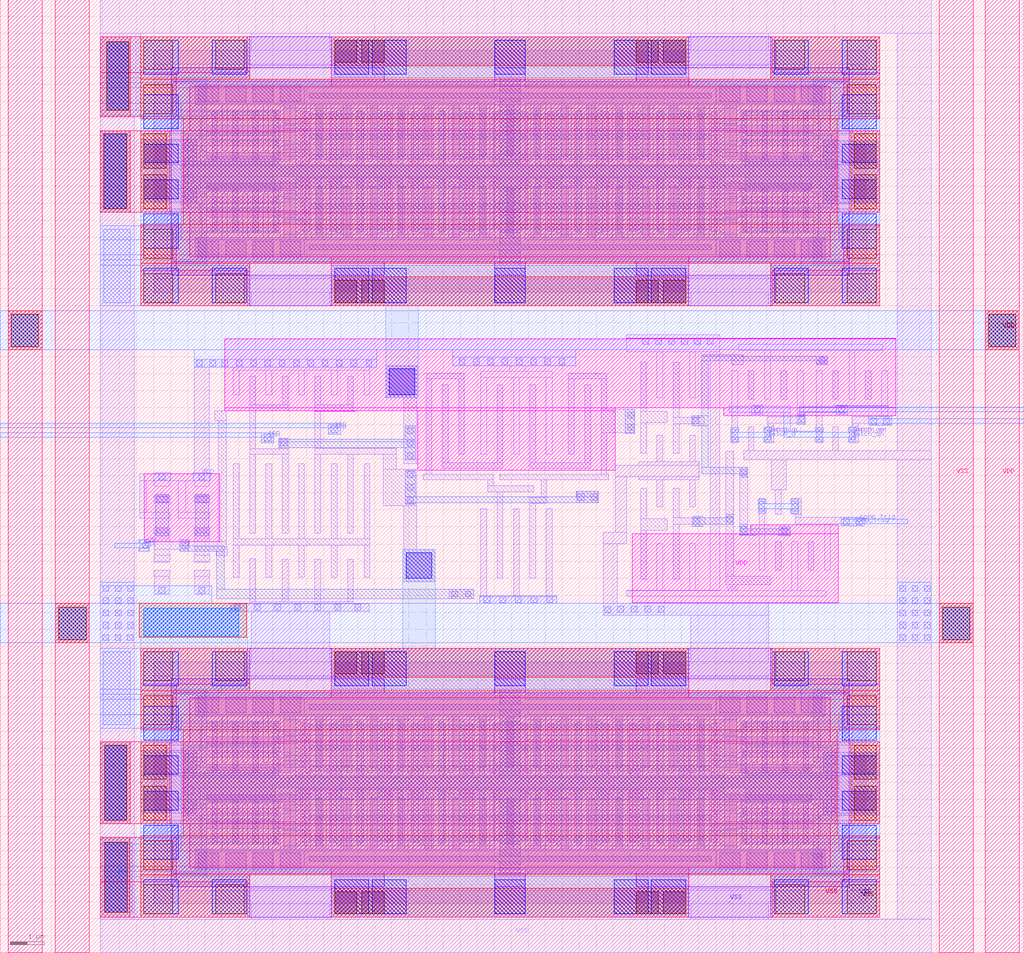
<source format=lef>
VERSION 5.7 ;
  NOWIREEXTENSIONATPIN ON ;
  DIVIDERCHAR "/" ;
  BUSBITCHARS "[]" ;
MACRO adc_comp_latch
  CLASS CORE ;
  FOREIGN adc_comp_latch ;
  ORIGIN 0.000 0.000 ;
  SIZE 30.050 BY 27.980 ;
  PIN VDD
    DIRECTION INOUT ;
    USE POWER ;
    PORT
      LAYER nwell ;
        RECT 18.380 18.020 26.290 18.040 ;
        RECT 6.590 16.000 26.290 18.020 ;
        RECT 6.590 15.910 18.050 16.000 ;
        RECT 9.220 15.900 10.430 15.910 ;
        RECT 12.260 14.160 18.050 15.910 ;
        RECT 21.240 15.760 26.290 16.000 ;
        RECT 4.230 12.070 6.440 14.060 ;
        RECT 22.040 12.300 24.610 12.560 ;
        RECT 18.560 10.280 24.610 12.300 ;
      LAYER li1 ;
        RECT 18.390 17.650 21.130 18.140 ;
        RECT 21.680 17.690 25.910 17.860 ;
        RECT 5.700 17.190 11.060 17.430 ;
        RECT 13.280 17.240 16.900 17.480 ;
        RECT 5.700 14.060 6.130 17.190 ;
        RECT 6.840 17.100 10.850 17.190 ;
        RECT 6.840 16.390 7.010 17.100 ;
        RECT 7.800 16.390 7.970 17.100 ;
        RECT 8.760 16.390 8.930 17.100 ;
        RECT 9.720 16.390 9.890 17.100 ;
        RECT 10.680 16.390 10.850 17.100 ;
        RECT 14.960 17.070 15.410 17.240 ;
        RECT 14.110 16.900 16.200 17.070 ;
        RECT 14.110 14.640 14.280 16.900 ;
        RECT 15.070 14.640 15.240 16.900 ;
        RECT 16.030 14.640 16.200 16.900 ;
        RECT 19.280 16.290 19.450 17.650 ;
        RECT 20.240 16.290 20.410 17.650 ;
        RECT 4.100 13.860 6.130 14.060 ;
        RECT 4.100 12.940 4.280 13.860 ;
        RECT 4.540 13.700 4.960 13.860 ;
        RECT 5.230 12.940 5.450 13.860 ;
        RECT 5.710 13.700 6.130 13.860 ;
        RECT 4.100 12.750 4.980 12.940 ;
        RECT 5.230 12.750 6.150 12.940 ;
        RECT 19.280 10.650 19.450 12.010 ;
        RECT 20.240 10.650 20.410 12.010 ;
        RECT 20.850 10.650 21.130 17.650 ;
        RECT 22.440 16.250 22.610 17.690 ;
        RECT 24.920 16.250 25.090 17.690 ;
        RECT 18.400 10.630 21.130 10.650 ;
        RECT 23.240 10.630 23.410 12.070 ;
        RECT 18.400 10.460 24.230 10.630 ;
      LAYER mcon ;
        RECT 18.860 17.860 19.040 18.040 ;
        RECT 19.240 17.860 19.420 18.040 ;
        RECT 19.620 17.860 19.800 18.040 ;
        RECT 20.000 17.860 20.180 18.040 ;
        RECT 20.380 17.860 20.560 18.040 ;
        RECT 20.760 17.860 20.940 18.040 ;
        RECT 5.760 17.220 5.930 17.400 ;
        RECT 6.150 17.220 6.320 17.400 ;
        RECT 6.510 17.220 6.680 17.400 ;
        RECT 6.930 17.220 7.100 17.390 ;
        RECT 7.350 17.220 7.520 17.390 ;
        RECT 7.770 17.220 7.940 17.390 ;
        RECT 8.190 17.220 8.360 17.390 ;
        RECT 8.610 17.220 8.780 17.390 ;
        RECT 9.030 17.220 9.200 17.390 ;
        RECT 9.450 17.220 9.620 17.390 ;
        RECT 9.870 17.220 10.040 17.390 ;
        RECT 10.290 17.220 10.460 17.390 ;
        RECT 10.740 17.220 10.910 17.390 ;
        RECT 13.470 17.270 13.640 17.440 ;
        RECT 13.890 17.270 14.060 17.440 ;
        RECT 14.310 17.270 14.480 17.440 ;
        RECT 14.730 17.270 14.900 17.440 ;
        RECT 15.150 17.270 15.320 17.440 ;
        RECT 15.570 17.270 15.740 17.440 ;
        RECT 15.990 17.270 16.160 17.440 ;
        RECT 16.410 17.270 16.580 17.440 ;
        RECT 4.660 13.890 4.840 14.060 ;
        RECT 5.830 13.890 6.010 14.060 ;
      LAYER met1 ;
        RECT 0.000 17.700 29.920 18.850 ;
        RECT 5.700 17.190 11.060 17.700 ;
        RECT 13.280 17.240 16.900 17.700 ;
        RECT 4.500 13.860 4.990 14.090 ;
        RECT 5.670 13.860 6.160 14.090 ;
      LAYER via ;
        RECT 0.320 17.790 1.120 18.740 ;
        RECT 29.020 17.790 29.820 18.740 ;
      LAYER met2 ;
        RECT 0.230 17.700 1.230 18.850 ;
        RECT 28.920 17.700 29.920 18.850 ;
      LAYER via2 ;
        RECT 0.320 17.790 1.120 18.740 ;
        RECT 29.020 17.790 29.820 18.740 ;
      LAYER met3 ;
        RECT 0.230 17.700 1.230 18.850 ;
        RECT 28.920 17.700 29.920 18.850 ;
      LAYER via3 ;
        RECT 0.320 17.790 1.120 18.740 ;
        RECT 29.020 17.790 29.820 18.740 ;
      LAYER met4 ;
        RECT 0.230 0.000 1.230 27.980 ;
        RECT 28.920 0.000 29.920 27.980 ;
    END
  END VDD
  PIN VSS
    DIRECTION INOUT ;
    USE POWER ;
    PORT
      LAYER pwell ;
        RECT 7.320 25.990 9.720 26.890 ;
        RECT 20.220 25.990 22.620 26.890 ;
        RECT 5.020 25.590 11.270 25.990 ;
        RECT 14.520 25.590 15.420 25.990 ;
        RECT 18.670 25.590 24.920 25.990 ;
        RECT 5.020 20.290 24.920 25.590 ;
        RECT 5.020 19.890 11.270 20.290 ;
        RECT 14.520 19.890 15.420 20.290 ;
        RECT 18.670 19.890 24.920 20.290 ;
        RECT 7.320 18.990 9.720 19.890 ;
        RECT 20.220 18.990 22.620 19.890 ;
        RECT 7.320 8.040 9.720 8.940 ;
        RECT 20.220 8.040 22.620 8.940 ;
        RECT 5.020 7.640 11.270 8.040 ;
        RECT 14.520 7.640 15.420 8.040 ;
        RECT 18.670 7.640 24.920 8.040 ;
        RECT 5.020 2.340 24.920 7.640 ;
        RECT 5.020 1.940 11.270 2.340 ;
        RECT 14.520 1.940 15.420 2.340 ;
        RECT 18.670 1.940 24.920 2.340 ;
        RECT 7.320 1.040 9.720 1.940 ;
        RECT 20.220 1.040 22.620 1.940 ;
      LAYER li1 ;
        RECT 2.940 26.990 27.330 27.980 ;
        RECT 2.940 24.540 4.120 26.990 ;
        RECT 7.370 26.490 9.670 26.990 ;
        RECT 20.270 26.490 22.570 26.990 ;
        RECT 4.520 26.090 25.420 26.490 ;
        RECT 2.940 0.990 3.930 24.540 ;
        RECT 4.520 19.790 4.920 26.090 ;
        RECT 7.370 26.040 9.670 26.090 ;
        RECT 20.270 26.040 22.570 26.090 ;
        RECT 5.720 24.890 24.220 25.490 ;
        RECT 8.320 24.290 8.670 24.890 ;
        RECT 6.070 24.090 8.670 24.290 ;
        RECT 8.320 23.490 8.670 24.090 ;
        RECT 6.070 23.290 8.670 23.490 ;
        RECT 9.270 23.390 9.470 24.890 ;
        RECT 10.070 23.390 10.270 24.890 ;
        RECT 10.870 23.390 11.070 24.890 ;
        RECT 11.670 23.390 11.870 24.890 ;
        RECT 12.470 23.390 12.670 24.890 ;
        RECT 13.270 23.390 13.470 24.890 ;
        RECT 14.070 23.390 14.270 24.890 ;
        RECT 14.870 23.390 15.070 24.890 ;
        RECT 15.670 23.390 15.870 24.890 ;
        RECT 16.470 23.390 16.670 24.890 ;
        RECT 17.270 23.390 17.470 24.890 ;
        RECT 18.070 23.390 18.270 24.890 ;
        RECT 18.870 23.390 19.070 24.890 ;
        RECT 19.670 23.390 19.870 24.890 ;
        RECT 20.470 23.390 20.670 24.890 ;
        RECT 21.270 24.290 21.620 24.890 ;
        RECT 21.270 24.090 23.870 24.290 ;
        RECT 21.270 23.490 21.620 24.090 ;
        RECT 21.270 23.290 23.820 23.490 ;
        RECT 6.070 22.390 8.670 22.590 ;
        RECT 8.320 21.790 8.670 22.390 ;
        RECT 6.070 21.590 8.670 21.790 ;
        RECT 8.320 20.990 8.670 21.590 ;
        RECT 9.270 20.990 9.470 22.490 ;
        RECT 10.070 20.990 10.270 22.490 ;
        RECT 10.870 20.990 11.070 22.490 ;
        RECT 11.670 20.990 11.870 22.490 ;
        RECT 12.470 20.990 12.670 22.490 ;
        RECT 13.270 20.990 13.470 22.490 ;
        RECT 14.070 20.990 14.270 22.490 ;
        RECT 14.870 20.990 15.070 22.490 ;
        RECT 15.670 20.990 15.870 22.490 ;
        RECT 16.470 20.990 16.670 22.490 ;
        RECT 17.270 20.990 17.470 22.490 ;
        RECT 18.070 20.990 18.270 22.490 ;
        RECT 18.870 20.990 19.070 22.490 ;
        RECT 19.670 20.990 19.870 22.490 ;
        RECT 20.470 20.990 20.670 22.490 ;
        RECT 21.270 22.390 23.820 22.590 ;
        RECT 21.270 21.790 21.620 22.390 ;
        RECT 21.270 21.590 23.870 21.790 ;
        RECT 21.270 20.990 21.620 21.590 ;
        RECT 5.720 20.390 24.220 20.990 ;
        RECT 7.370 19.790 9.670 19.840 ;
        RECT 20.270 19.790 22.570 19.840 ;
        RECT 25.020 19.790 25.420 26.090 ;
        RECT 4.520 19.390 25.420 19.790 ;
        RECT 7.370 18.990 9.670 19.390 ;
        RECT 20.270 18.990 22.570 19.390 ;
        RECT 19.280 14.410 19.450 15.200 ;
        RECT 20.240 14.410 20.410 15.200 ;
        RECT 21.960 14.740 22.130 15.440 ;
        RECT 24.440 14.740 24.610 15.440 ;
        RECT 26.340 14.740 27.330 26.990 ;
        RECT 21.830 14.480 27.330 14.740 ;
        RECT 18.740 14.320 20.520 14.410 ;
        RECT 18.060 13.980 20.520 14.320 ;
        RECT 4.520 11.060 4.980 11.230 ;
        RECT 5.690 11.060 6.150 11.230 ;
        RECT 4.540 10.530 4.960 11.060 ;
        RECT 5.710 10.530 6.130 11.060 ;
        RECT 7.320 10.310 7.490 11.570 ;
        RECT 8.280 10.310 8.450 11.560 ;
        RECT 9.240 10.310 9.410 11.560 ;
        RECT 10.200 10.310 10.370 11.560 ;
        RECT 14.110 10.450 14.280 13.030 ;
        RECT 15.070 10.450 15.240 13.030 ;
        RECT 16.030 10.450 16.200 13.030 ;
        RECT 18.060 12.350 18.400 13.980 ;
        RECT 18.740 13.890 20.520 13.980 ;
        RECT 19.280 13.100 19.450 13.890 ;
        RECT 20.240 13.100 20.410 13.890 ;
        RECT 22.640 13.590 23.070 14.480 ;
        RECT 22.760 12.880 22.930 13.590 ;
        RECT 17.710 12.010 18.400 12.350 ;
        RECT 7.320 10.240 10.370 10.310 ;
        RECT 14.080 10.260 16.340 10.450 ;
        RECT 17.710 10.260 18.110 12.010 ;
        RECT 6.750 10.030 10.840 10.240 ;
        RECT 7.370 8.540 9.670 10.030 ;
        RECT 17.710 9.910 22.570 10.260 ;
        RECT 20.270 8.540 22.570 9.910 ;
        RECT 4.520 8.140 25.420 8.540 ;
        RECT 4.520 1.840 4.920 8.140 ;
        RECT 7.370 8.090 9.670 8.140 ;
        RECT 20.270 8.090 22.570 8.140 ;
        RECT 5.720 6.940 24.220 7.540 ;
        RECT 8.320 6.340 8.670 6.940 ;
        RECT 6.070 6.140 8.670 6.340 ;
        RECT 8.320 5.540 8.670 6.140 ;
        RECT 6.070 5.340 8.670 5.540 ;
        RECT 9.270 5.440 9.470 6.940 ;
        RECT 10.070 5.440 10.270 6.940 ;
        RECT 10.870 5.440 11.070 6.940 ;
        RECT 11.670 5.440 11.870 6.940 ;
        RECT 12.470 5.440 12.670 6.940 ;
        RECT 13.270 5.440 13.470 6.940 ;
        RECT 14.070 5.440 14.270 6.940 ;
        RECT 14.870 5.440 15.070 6.940 ;
        RECT 15.670 5.440 15.870 6.940 ;
        RECT 16.470 5.440 16.670 6.940 ;
        RECT 17.270 5.440 17.470 6.940 ;
        RECT 18.070 5.440 18.270 6.940 ;
        RECT 18.870 5.440 19.070 6.940 ;
        RECT 19.670 5.440 19.870 6.940 ;
        RECT 20.470 5.440 20.670 6.940 ;
        RECT 21.270 6.340 21.620 6.940 ;
        RECT 21.270 6.140 23.870 6.340 ;
        RECT 21.270 5.540 21.620 6.140 ;
        RECT 21.270 5.340 23.820 5.540 ;
        RECT 6.070 4.440 8.670 4.640 ;
        RECT 8.320 3.840 8.670 4.440 ;
        RECT 6.070 3.640 8.670 3.840 ;
        RECT 8.320 3.040 8.670 3.640 ;
        RECT 9.270 3.040 9.470 4.540 ;
        RECT 10.070 3.040 10.270 4.540 ;
        RECT 10.870 3.040 11.070 4.540 ;
        RECT 11.670 3.040 11.870 4.540 ;
        RECT 12.470 3.040 12.670 4.540 ;
        RECT 13.270 3.040 13.470 4.540 ;
        RECT 14.070 3.040 14.270 4.540 ;
        RECT 14.870 3.040 15.070 4.540 ;
        RECT 15.670 3.040 15.870 4.540 ;
        RECT 16.470 3.040 16.670 4.540 ;
        RECT 17.270 3.040 17.470 4.540 ;
        RECT 18.070 3.040 18.270 4.540 ;
        RECT 18.870 3.040 19.070 4.540 ;
        RECT 19.670 3.040 19.870 4.540 ;
        RECT 20.470 3.040 20.670 4.540 ;
        RECT 21.270 4.440 23.820 4.640 ;
        RECT 21.270 3.840 21.620 4.440 ;
        RECT 21.270 3.640 23.870 3.840 ;
        RECT 21.270 3.040 21.620 3.640 ;
        RECT 5.720 2.440 24.220 3.040 ;
        RECT 7.370 1.840 9.670 1.890 ;
        RECT 20.270 1.840 22.570 1.890 ;
        RECT 25.020 1.840 25.420 8.140 ;
        RECT 4.520 1.440 25.420 1.840 ;
        RECT 7.370 0.990 9.670 1.440 ;
        RECT 20.270 0.990 22.570 1.440 ;
        RECT 26.340 0.990 27.330 14.480 ;
        RECT 2.940 0.000 27.330 0.990 ;
      LAYER mcon ;
        RECT 3.120 24.740 3.770 26.740 ;
        RECT 3.040 21.840 3.720 24.040 ;
        RECT 3.040 19.090 3.820 21.240 ;
        RECT 5.820 24.990 6.420 25.490 ;
        RECT 6.620 24.990 7.220 25.490 ;
        RECT 7.420 24.990 8.020 25.490 ;
        RECT 8.220 24.990 8.820 25.490 ;
        RECT 21.120 24.990 21.720 25.490 ;
        RECT 21.920 24.990 22.520 25.490 ;
        RECT 22.720 24.990 23.320 25.490 ;
        RECT 23.520 24.990 24.120 25.490 ;
        RECT 5.820 20.390 6.420 20.890 ;
        RECT 6.620 20.390 7.220 20.890 ;
        RECT 7.420 20.390 8.020 20.890 ;
        RECT 8.220 20.390 8.820 20.890 ;
        RECT 21.120 20.390 21.720 20.890 ;
        RECT 21.920 20.390 22.520 20.890 ;
        RECT 22.720 20.390 23.320 20.890 ;
        RECT 23.520 20.390 24.120 20.890 ;
        RECT 3.020 10.610 3.190 10.780 ;
        RECT 3.380 10.610 3.550 10.780 ;
        RECT 3.740 10.610 3.910 10.780 ;
        RECT 4.660 10.560 4.840 10.730 ;
        RECT 5.830 10.560 6.010 10.730 ;
        RECT 3.020 10.250 3.190 10.420 ;
        RECT 3.380 10.250 3.550 10.420 ;
        RECT 3.740 10.250 3.910 10.420 ;
        RECT 14.200 10.270 14.380 10.450 ;
        RECT 14.660 10.270 14.840 10.450 ;
        RECT 15.120 10.270 15.300 10.450 ;
        RECT 15.580 10.270 15.760 10.450 ;
        RECT 16.040 10.270 16.220 10.450 ;
        RECT 26.410 10.610 26.580 10.780 ;
        RECT 26.770 10.610 26.940 10.780 ;
        RECT 27.130 10.610 27.300 10.780 ;
        RECT 3.020 9.890 3.190 10.060 ;
        RECT 3.380 9.890 3.550 10.060 ;
        RECT 3.740 9.890 3.910 10.060 ;
        RECT 6.870 10.050 7.050 10.230 ;
        RECT 7.460 10.050 7.640 10.230 ;
        RECT 8.050 10.050 8.230 10.230 ;
        RECT 8.640 10.050 8.820 10.230 ;
        RECT 9.230 10.050 9.410 10.230 ;
        RECT 9.820 10.050 10.000 10.230 ;
        RECT 10.410 10.050 10.590 10.230 ;
        RECT 3.020 9.530 3.190 9.700 ;
        RECT 3.380 9.530 3.550 9.700 ;
        RECT 3.740 9.530 3.910 9.700 ;
        RECT 3.010 9.170 3.180 9.340 ;
        RECT 3.370 9.170 3.540 9.340 ;
        RECT 3.730 9.170 3.900 9.340 ;
        RECT 3.030 6.690 3.820 8.840 ;
        RECT 17.750 9.980 17.930 10.160 ;
        RECT 18.120 9.990 18.300 10.170 ;
        RECT 18.520 9.990 18.700 10.170 ;
        RECT 18.920 9.990 19.100 10.170 ;
        RECT 19.320 9.990 19.500 10.170 ;
        RECT 26.410 10.250 26.580 10.420 ;
        RECT 26.770 10.250 26.940 10.420 ;
        RECT 27.130 10.250 27.300 10.420 ;
        RECT 26.410 9.890 26.580 10.060 ;
        RECT 26.770 9.890 26.940 10.060 ;
        RECT 27.130 9.890 27.300 10.060 ;
        RECT 26.410 9.530 26.580 9.700 ;
        RECT 26.770 9.530 26.940 9.700 ;
        RECT 27.130 9.530 27.300 9.700 ;
        RECT 26.410 9.170 26.580 9.340 ;
        RECT 26.770 9.170 26.940 9.340 ;
        RECT 27.130 9.170 27.300 9.340 ;
        RECT 3.070 3.890 3.720 6.090 ;
        RECT 3.070 1.190 3.870 3.240 ;
        RECT 5.820 7.040 6.420 7.540 ;
        RECT 6.620 7.040 7.220 7.540 ;
        RECT 7.420 7.040 8.020 7.540 ;
        RECT 8.220 7.040 8.820 7.540 ;
        RECT 21.120 7.040 21.720 7.540 ;
        RECT 21.920 7.040 22.520 7.540 ;
        RECT 22.720 7.040 23.320 7.540 ;
        RECT 23.520 7.040 24.120 7.540 ;
        RECT 5.820 2.440 6.420 2.940 ;
        RECT 6.620 2.440 7.220 2.940 ;
        RECT 7.420 2.440 8.020 2.940 ;
        RECT 8.220 2.440 8.820 2.940 ;
        RECT 21.120 2.440 21.720 2.940 ;
        RECT 21.920 2.440 22.520 2.940 ;
        RECT 22.720 2.440 23.320 2.940 ;
        RECT 23.520 2.440 24.120 2.940 ;
      LAYER met1 ;
        RECT 2.940 25.690 7.320 26.890 ;
        RECT 22.620 25.690 25.820 26.890 ;
        RECT 2.940 25.540 6.420 25.690 ;
        RECT 23.520 25.540 25.820 25.690 ;
        RECT 2.940 25.390 14.520 25.540 ;
        RECT 15.420 25.390 25.820 25.540 ;
        RECT 2.940 24.940 8.920 25.390 ;
        RECT 21.020 24.940 25.820 25.390 ;
        RECT 2.940 24.540 5.320 24.940 ;
        RECT 5.770 24.890 14.520 24.940 ;
        RECT 2.940 21.740 3.820 24.140 ;
        RECT 4.120 24.040 5.320 24.540 ;
        RECT 5.920 23.540 6.070 24.890 ;
        RECT 6.520 23.540 6.670 24.890 ;
        RECT 7.120 23.540 7.270 24.890 ;
        RECT 7.720 23.540 7.870 24.890 ;
        RECT 8.320 24.790 14.520 24.890 ;
        RECT 15.420 24.890 24.170 24.940 ;
        RECT 15.420 24.790 21.620 24.890 ;
        RECT 8.320 24.340 8.920 24.790 ;
        RECT 21.020 24.340 21.620 24.790 ;
        RECT 8.320 24.190 14.520 24.340 ;
        RECT 15.420 24.190 21.620 24.340 ;
        RECT 8.320 23.740 8.920 24.190 ;
        RECT 21.020 23.740 21.620 24.190 ;
        RECT 8.320 23.590 14.520 23.740 ;
        RECT 15.420 23.590 21.620 23.740 ;
        RECT 8.320 23.390 8.920 23.590 ;
        RECT 21.020 23.390 21.620 23.590 ;
        RECT 22.070 23.540 22.220 24.890 ;
        RECT 22.670 23.540 22.820 24.890 ;
        RECT 23.270 23.540 23.420 24.890 ;
        RECT 23.870 23.540 24.020 24.890 ;
        RECT 24.620 24.040 25.820 24.940 ;
        RECT 4.120 21.340 5.320 21.840 ;
        RECT 2.940 20.940 5.320 21.340 ;
        RECT 5.920 20.990 6.070 22.290 ;
        RECT 6.520 20.990 6.670 22.290 ;
        RECT 7.120 20.990 7.270 22.290 ;
        RECT 7.720 20.990 7.870 22.290 ;
        RECT 8.320 22.140 14.520 22.290 ;
        RECT 15.420 22.140 21.620 22.290 ;
        RECT 8.320 21.690 8.920 22.140 ;
        RECT 21.020 21.690 21.620 22.140 ;
        RECT 8.320 21.540 14.520 21.690 ;
        RECT 15.420 21.540 21.620 21.690 ;
        RECT 8.320 21.090 8.920 21.540 ;
        RECT 21.020 21.090 21.620 21.540 ;
        RECT 8.320 20.990 14.520 21.090 ;
        RECT 5.770 20.940 14.520 20.990 ;
        RECT 15.420 20.990 21.620 21.090 ;
        RECT 22.070 20.990 22.220 22.290 ;
        RECT 22.670 20.990 22.820 22.290 ;
        RECT 23.270 20.990 23.420 22.290 ;
        RECT 23.870 20.990 24.020 22.290 ;
        RECT 15.420 20.940 24.170 20.990 ;
        RECT 24.620 20.940 25.820 21.840 ;
        RECT 2.940 20.490 8.920 20.940 ;
        RECT 21.020 20.490 25.820 20.940 ;
        RECT 2.940 20.340 14.520 20.490 ;
        RECT 15.420 20.340 25.820 20.490 ;
        RECT 2.940 20.190 6.420 20.340 ;
        RECT 23.520 20.190 25.820 20.340 ;
        RECT 2.940 18.990 7.320 20.190 ;
        RECT 22.620 18.990 25.820 20.190 ;
        RECT 2.940 10.780 3.940 10.880 ;
        RECT 2.940 10.260 6.210 10.780 ;
        RECT 14.080 10.260 16.340 10.480 ;
        RECT 26.340 10.260 27.330 10.880 ;
        RECT 0.000 9.100 28.570 10.260 ;
        RECT 2.930 7.740 7.320 8.940 ;
        RECT 22.620 7.740 25.820 8.940 ;
        RECT 2.930 7.590 6.420 7.740 ;
        RECT 23.520 7.590 25.820 7.740 ;
        RECT 2.930 7.440 14.520 7.590 ;
        RECT 15.420 7.440 25.820 7.590 ;
        RECT 2.930 6.990 8.920 7.440 ;
        RECT 21.020 6.990 25.820 7.440 ;
        RECT 2.930 6.590 5.320 6.990 ;
        RECT 5.770 6.940 14.520 6.990 ;
        RECT 2.940 3.790 3.820 6.190 ;
        RECT 4.120 6.090 5.320 6.590 ;
        RECT 5.920 5.590 6.070 6.940 ;
        RECT 6.520 5.590 6.670 6.940 ;
        RECT 7.120 5.590 7.270 6.940 ;
        RECT 7.720 5.590 7.870 6.940 ;
        RECT 8.320 6.840 14.520 6.940 ;
        RECT 15.420 6.940 24.170 6.990 ;
        RECT 15.420 6.840 21.620 6.940 ;
        RECT 8.320 6.390 8.920 6.840 ;
        RECT 21.020 6.390 21.620 6.840 ;
        RECT 8.320 6.240 14.520 6.390 ;
        RECT 15.420 6.240 21.620 6.390 ;
        RECT 8.320 5.790 8.920 6.240 ;
        RECT 21.020 5.790 21.620 6.240 ;
        RECT 8.320 5.640 14.520 5.790 ;
        RECT 15.420 5.640 21.620 5.790 ;
        RECT 8.320 5.440 8.920 5.640 ;
        RECT 21.020 5.440 21.620 5.640 ;
        RECT 22.070 5.590 22.220 6.940 ;
        RECT 22.670 5.590 22.820 6.940 ;
        RECT 23.270 5.590 23.420 6.940 ;
        RECT 23.870 5.590 24.020 6.940 ;
        RECT 24.620 6.090 25.820 6.990 ;
        RECT 4.120 3.390 5.320 3.890 ;
        RECT 2.940 2.990 5.320 3.390 ;
        RECT 5.920 3.040 6.070 4.340 ;
        RECT 6.520 3.040 6.670 4.340 ;
        RECT 7.120 3.040 7.270 4.340 ;
        RECT 7.720 3.040 7.870 4.340 ;
        RECT 8.320 4.190 14.520 4.340 ;
        RECT 15.420 4.190 21.620 4.340 ;
        RECT 8.320 3.740 8.920 4.190 ;
        RECT 21.020 3.740 21.620 4.190 ;
        RECT 8.320 3.590 14.520 3.740 ;
        RECT 15.420 3.590 21.620 3.740 ;
        RECT 8.320 3.140 8.920 3.590 ;
        RECT 21.020 3.140 21.620 3.590 ;
        RECT 8.320 3.040 14.520 3.140 ;
        RECT 5.770 2.990 14.520 3.040 ;
        RECT 15.420 3.040 21.620 3.140 ;
        RECT 22.070 3.040 22.220 4.340 ;
        RECT 22.670 3.040 22.820 4.340 ;
        RECT 23.270 3.040 23.420 4.340 ;
        RECT 23.870 3.040 24.020 4.340 ;
        RECT 15.420 2.990 24.170 3.040 ;
        RECT 24.620 2.990 25.820 3.890 ;
        RECT 2.940 2.540 8.920 2.990 ;
        RECT 21.020 2.540 25.820 2.990 ;
        RECT 2.940 2.390 14.520 2.540 ;
        RECT 15.420 2.390 25.820 2.540 ;
        RECT 2.940 2.240 6.420 2.390 ;
        RECT 23.520 2.240 25.820 2.390 ;
        RECT 2.940 1.040 7.320 2.240 ;
        RECT 22.620 1.040 25.820 2.240 ;
      LAYER via ;
        RECT 3.120 24.740 3.770 26.740 ;
        RECT 4.220 25.790 5.220 26.790 ;
        RECT 6.220 25.790 7.220 26.790 ;
        RECT 22.720 25.790 23.720 26.790 ;
        RECT 24.720 25.790 25.720 26.790 ;
        RECT 4.220 24.190 5.220 25.190 ;
        RECT 3.040 21.840 3.720 24.040 ;
        RECT 24.720 24.190 25.720 25.190 ;
        RECT 4.220 20.690 5.220 21.690 ;
        RECT 24.720 20.690 25.720 21.690 ;
        RECT 4.220 19.090 5.220 20.090 ;
        RECT 6.220 19.090 7.220 20.090 ;
        RECT 22.720 19.090 23.720 20.090 ;
        RECT 24.720 19.090 25.720 20.090 ;
        RECT 1.720 9.190 2.520 10.140 ;
        RECT 4.220 9.290 7.000 10.120 ;
        RECT 27.670 9.190 28.470 10.140 ;
        RECT 4.220 7.840 5.220 8.840 ;
        RECT 6.220 7.840 7.220 8.840 ;
        RECT 22.720 7.840 23.720 8.840 ;
        RECT 24.720 7.840 25.720 8.840 ;
        RECT 4.220 6.240 5.220 7.240 ;
        RECT 3.070 3.890 3.720 6.090 ;
        RECT 24.720 6.240 25.720 7.240 ;
        RECT 3.070 1.190 3.730 3.240 ;
        RECT 4.220 2.740 5.220 3.740 ;
        RECT 24.720 2.740 25.720 3.740 ;
        RECT 4.220 1.140 5.220 2.140 ;
        RECT 6.220 1.140 7.220 2.140 ;
        RECT 22.720 1.140 23.720 2.140 ;
        RECT 24.720 1.140 25.720 2.140 ;
      LAYER met2 ;
        RECT 2.940 25.690 7.320 26.890 ;
        RECT 22.620 25.690 25.820 26.890 ;
        RECT 2.940 24.740 6.070 25.690 ;
        RECT 23.870 24.740 25.820 25.690 ;
        RECT 2.940 24.590 8.070 24.740 ;
        RECT 2.940 24.540 6.070 24.590 ;
        RECT 4.120 24.140 6.070 24.540 ;
        RECT 2.940 21.740 3.820 24.140 ;
        RECT 4.120 24.040 8.070 24.140 ;
        RECT 5.520 23.990 8.070 24.040 ;
        RECT 5.520 23.390 6.070 23.990 ;
        RECT 5.520 23.090 8.070 23.390 ;
        RECT 8.670 23.090 8.820 24.740 ;
        RECT 9.270 23.090 9.420 24.740 ;
        RECT 9.870 23.090 10.020 24.740 ;
        RECT 10.470 23.090 10.620 24.740 ;
        RECT 11.070 23.090 11.220 24.740 ;
        RECT 11.670 23.090 11.820 24.740 ;
        RECT 12.270 23.090 12.420 24.740 ;
        RECT 12.870 23.090 13.020 24.740 ;
        RECT 13.470 23.090 13.620 24.740 ;
        RECT 14.070 23.090 14.220 24.740 ;
        RECT 14.670 23.090 15.270 24.740 ;
        RECT 15.720 23.090 15.870 24.740 ;
        RECT 16.320 23.090 16.470 24.740 ;
        RECT 16.920 23.090 17.070 24.740 ;
        RECT 17.520 23.090 17.670 24.740 ;
        RECT 18.120 23.090 18.270 24.740 ;
        RECT 18.720 23.090 18.870 24.740 ;
        RECT 19.320 23.090 19.470 24.740 ;
        RECT 19.920 23.090 20.070 24.740 ;
        RECT 20.520 23.090 20.670 24.740 ;
        RECT 21.120 23.090 21.270 24.740 ;
        RECT 21.870 24.590 25.820 24.740 ;
        RECT 23.870 24.140 25.820 24.590 ;
        RECT 21.870 24.040 25.820 24.140 ;
        RECT 21.870 23.990 24.420 24.040 ;
        RECT 23.870 23.390 24.420 23.990 ;
        RECT 21.870 23.090 24.420 23.390 ;
        RECT 5.520 22.790 24.420 23.090 ;
        RECT 5.520 22.340 8.070 22.790 ;
        RECT 5.520 21.890 6.070 22.340 ;
        RECT 5.520 21.840 8.070 21.890 ;
        RECT 4.120 21.740 8.070 21.840 ;
        RECT 4.120 21.290 6.070 21.740 ;
        RECT 4.120 21.140 8.070 21.290 ;
        RECT 8.670 21.140 8.820 22.790 ;
        RECT 9.270 21.140 9.420 22.790 ;
        RECT 9.870 21.140 10.020 22.790 ;
        RECT 10.470 21.140 10.620 22.790 ;
        RECT 11.070 21.140 11.220 22.790 ;
        RECT 11.670 21.140 11.820 22.790 ;
        RECT 12.270 21.140 12.420 22.790 ;
        RECT 12.870 21.140 13.020 22.790 ;
        RECT 13.470 21.140 13.620 22.790 ;
        RECT 14.070 21.140 14.220 22.790 ;
        RECT 14.670 21.140 15.270 22.790 ;
        RECT 15.720 21.140 15.870 22.790 ;
        RECT 16.320 21.140 16.470 22.790 ;
        RECT 16.920 21.140 17.070 22.790 ;
        RECT 17.520 21.140 17.670 22.790 ;
        RECT 18.120 21.140 18.270 22.790 ;
        RECT 18.720 21.140 18.870 22.790 ;
        RECT 19.320 21.140 19.470 22.790 ;
        RECT 19.920 21.140 20.070 22.790 ;
        RECT 20.520 21.140 20.670 22.790 ;
        RECT 21.120 21.140 21.270 22.790 ;
        RECT 21.870 22.340 24.420 22.790 ;
        RECT 23.870 21.890 24.420 22.340 ;
        RECT 21.870 21.840 24.420 21.890 ;
        RECT 21.870 21.740 25.820 21.840 ;
        RECT 23.870 21.290 25.820 21.740 ;
        RECT 21.870 21.140 25.820 21.290 ;
        RECT 4.120 20.190 6.070 21.140 ;
        RECT 23.870 20.190 25.820 21.140 ;
        RECT 4.120 18.990 7.320 20.190 ;
        RECT 22.620 18.990 25.820 20.190 ;
        RECT 1.610 9.100 2.610 10.260 ;
        RECT 4.080 9.260 7.230 10.260 ;
        RECT 4.120 8.940 7.270 9.260 ;
        RECT 27.570 9.100 28.570 10.260 ;
        RECT 4.120 7.740 7.320 8.940 ;
        RECT 22.620 7.740 25.820 8.940 ;
        RECT 4.120 6.790 6.070 7.740 ;
        RECT 23.870 6.790 25.820 7.740 ;
        RECT 4.120 6.640 8.070 6.790 ;
        RECT 4.120 6.190 6.070 6.640 ;
        RECT 2.940 3.790 3.820 6.190 ;
        RECT 4.120 6.090 8.070 6.190 ;
        RECT 5.520 6.040 8.070 6.090 ;
        RECT 5.520 5.440 6.070 6.040 ;
        RECT 5.520 5.140 8.070 5.440 ;
        RECT 8.670 5.140 8.820 6.790 ;
        RECT 9.270 5.140 9.420 6.790 ;
        RECT 9.870 5.140 10.020 6.790 ;
        RECT 10.470 5.140 10.620 6.790 ;
        RECT 11.070 5.140 11.220 6.790 ;
        RECT 11.670 5.140 11.820 6.790 ;
        RECT 12.270 5.140 12.420 6.790 ;
        RECT 12.870 5.140 13.020 6.790 ;
        RECT 13.470 5.140 13.620 6.790 ;
        RECT 14.070 5.140 14.220 6.790 ;
        RECT 14.670 5.140 15.270 6.790 ;
        RECT 15.720 5.140 15.870 6.790 ;
        RECT 16.320 5.140 16.470 6.790 ;
        RECT 16.920 5.140 17.070 6.790 ;
        RECT 17.520 5.140 17.670 6.790 ;
        RECT 18.120 5.140 18.270 6.790 ;
        RECT 18.720 5.140 18.870 6.790 ;
        RECT 19.320 5.140 19.470 6.790 ;
        RECT 19.920 5.140 20.070 6.790 ;
        RECT 20.520 5.140 20.670 6.790 ;
        RECT 21.120 5.140 21.270 6.790 ;
        RECT 21.870 6.640 25.820 6.790 ;
        RECT 23.870 6.190 25.820 6.640 ;
        RECT 21.870 6.090 25.820 6.190 ;
        RECT 21.870 6.040 24.420 6.090 ;
        RECT 23.870 5.440 24.420 6.040 ;
        RECT 21.870 5.140 24.420 5.440 ;
        RECT 5.520 4.840 24.420 5.140 ;
        RECT 5.520 4.390 8.070 4.840 ;
        RECT 5.520 3.940 6.070 4.390 ;
        RECT 5.520 3.890 8.070 3.940 ;
        RECT 4.120 3.790 8.070 3.890 ;
        RECT 4.120 3.390 6.070 3.790 ;
        RECT 2.940 3.340 6.070 3.390 ;
        RECT 2.940 3.190 8.070 3.340 ;
        RECT 8.670 3.190 8.820 4.840 ;
        RECT 9.270 3.190 9.420 4.840 ;
        RECT 9.870 3.190 10.020 4.840 ;
        RECT 10.470 3.190 10.620 4.840 ;
        RECT 11.070 3.190 11.220 4.840 ;
        RECT 11.670 3.190 11.820 4.840 ;
        RECT 12.270 3.190 12.420 4.840 ;
        RECT 12.870 3.190 13.020 4.840 ;
        RECT 13.470 3.190 13.620 4.840 ;
        RECT 14.070 3.190 14.220 4.840 ;
        RECT 14.670 3.190 15.270 4.840 ;
        RECT 15.720 3.190 15.870 4.840 ;
        RECT 16.320 3.190 16.470 4.840 ;
        RECT 16.920 3.190 17.070 4.840 ;
        RECT 17.520 3.190 17.670 4.840 ;
        RECT 18.120 3.190 18.270 4.840 ;
        RECT 18.720 3.190 18.870 4.840 ;
        RECT 19.320 3.190 19.470 4.840 ;
        RECT 19.920 3.190 20.070 4.840 ;
        RECT 20.520 3.190 20.670 4.840 ;
        RECT 21.120 3.190 21.270 4.840 ;
        RECT 21.870 4.390 24.420 4.840 ;
        RECT 23.870 3.940 24.420 4.390 ;
        RECT 21.870 3.890 24.420 3.940 ;
        RECT 21.870 3.790 25.820 3.890 ;
        RECT 23.870 3.340 25.820 3.790 ;
        RECT 21.870 3.190 25.820 3.340 ;
        RECT 2.940 2.240 6.070 3.190 ;
        RECT 23.870 2.240 25.820 3.190 ;
        RECT 2.940 1.040 7.320 2.240 ;
        RECT 22.620 1.040 25.820 2.240 ;
      LAYER via2 ;
        RECT 3.120 24.740 3.770 26.740 ;
        RECT 3.040 21.840 3.720 24.040 ;
        RECT 1.720 9.190 2.520 10.140 ;
        RECT 4.220 9.290 7.000 10.120 ;
        RECT 27.670 9.190 28.470 10.140 ;
        RECT 3.070 3.890 3.720 6.090 ;
        RECT 3.070 1.190 3.730 3.240 ;
      LAYER met3 ;
        RECT 2.940 24.540 3.810 26.890 ;
        RECT 4.120 25.640 7.320 26.890 ;
        RECT 9.720 26.040 20.220 26.890 ;
        RECT 22.620 25.640 25.820 26.890 ;
        RECT 4.120 24.490 25.820 25.640 ;
        RECT 2.940 21.740 3.820 24.140 ;
        RECT 4.120 21.740 4.970 24.140 ;
        RECT 5.370 21.390 24.570 24.490 ;
        RECT 24.970 21.740 25.820 24.140 ;
        RECT 4.120 20.240 25.820 21.390 ;
        RECT 4.120 18.990 7.320 20.240 ;
        RECT 9.720 18.990 20.220 19.840 ;
        RECT 22.620 18.990 25.820 20.240 ;
        RECT 1.610 9.100 2.610 10.260 ;
        RECT 4.080 9.260 7.230 10.260 ;
        RECT 27.570 9.100 28.570 10.260 ;
        RECT 4.120 7.690 7.320 8.940 ;
        RECT 9.720 8.090 20.220 8.940 ;
        RECT 22.620 7.690 25.820 8.940 ;
        RECT 4.120 6.540 25.820 7.690 ;
        RECT 2.940 3.790 3.820 6.190 ;
        RECT 4.120 3.790 4.970 6.190 ;
        RECT 5.370 3.440 24.570 6.540 ;
        RECT 24.970 3.790 25.820 6.190 ;
        RECT 2.940 1.040 3.800 3.390 ;
        RECT 4.120 2.290 25.820 3.440 ;
        RECT 4.120 1.040 7.320 2.290 ;
        RECT 9.720 1.040 20.220 1.890 ;
        RECT 22.620 1.040 25.820 2.290 ;
      LAYER via3 ;
        RECT 3.120 24.740 3.770 26.740 ;
        RECT 4.220 25.940 5.070 26.790 ;
        RECT 6.320 25.940 7.170 26.790 ;
        RECT 9.820 26.140 10.470 26.790 ;
        RECT 10.620 26.140 11.270 26.790 ;
        RECT 18.670 26.140 19.320 26.790 ;
        RECT 19.470 26.140 20.120 26.790 ;
        RECT 22.770 25.940 23.620 26.790 ;
        RECT 24.870 25.940 25.720 26.790 ;
        RECT 4.220 24.640 5.070 25.490 ;
        RECT 24.870 24.640 25.720 25.490 ;
        RECT 3.040 21.840 3.720 24.040 ;
        RECT 4.220 23.040 4.870 24.040 ;
        RECT 4.220 21.840 4.870 22.840 ;
        RECT 25.070 23.040 25.720 24.040 ;
        RECT 25.070 21.840 25.720 22.840 ;
        RECT 4.220 20.390 5.070 21.240 ;
        RECT 24.870 20.390 25.720 21.240 ;
        RECT 4.220 19.090 5.070 19.940 ;
        RECT 6.320 19.090 7.170 19.940 ;
        RECT 9.820 19.090 10.470 19.740 ;
        RECT 10.620 19.090 11.270 19.740 ;
        RECT 18.670 19.090 19.320 19.740 ;
        RECT 19.470 19.090 20.120 19.740 ;
        RECT 22.770 19.090 23.620 19.940 ;
        RECT 24.870 19.090 25.720 19.940 ;
        RECT 1.720 9.190 2.520 10.140 ;
        RECT 27.670 9.190 28.470 10.140 ;
        RECT 4.220 7.990 5.070 8.840 ;
        RECT 6.320 7.990 7.170 8.840 ;
        RECT 9.820 8.190 10.470 8.840 ;
        RECT 10.620 8.190 11.270 8.840 ;
        RECT 18.670 8.190 19.320 8.840 ;
        RECT 19.470 8.190 20.120 8.840 ;
        RECT 22.770 7.990 23.620 8.840 ;
        RECT 24.870 7.990 25.720 8.840 ;
        RECT 4.220 6.690 5.070 7.540 ;
        RECT 24.870 6.690 25.720 7.540 ;
        RECT 3.070 3.890 3.720 6.090 ;
        RECT 4.220 5.090 4.870 6.090 ;
        RECT 4.220 3.890 4.870 4.890 ;
        RECT 25.070 5.090 25.720 6.090 ;
        RECT 25.070 3.890 25.720 4.890 ;
        RECT 3.070 1.190 3.730 3.240 ;
        RECT 4.220 2.440 5.070 3.290 ;
        RECT 24.870 2.440 25.720 3.290 ;
        RECT 4.220 1.140 5.070 1.990 ;
        RECT 6.320 1.140 7.170 1.990 ;
        RECT 9.820 1.140 10.470 1.790 ;
        RECT 10.620 1.140 11.270 1.790 ;
        RECT 18.670 1.140 19.320 1.790 ;
        RECT 19.470 1.140 20.120 1.790 ;
        RECT 22.770 1.140 23.620 1.990 ;
        RECT 24.870 1.140 25.720 1.990 ;
      LAYER met4 ;
        RECT 1.610 0.000 2.610 27.980 ;
        RECT 2.940 25.840 7.270 26.890 ;
        RECT 2.940 24.540 5.170 25.840 ;
        RECT 9.720 25.440 20.220 26.890 ;
        RECT 22.670 25.840 25.820 26.890 ;
        RECT 5.570 24.140 24.370 25.440 ;
        RECT 24.770 24.540 25.820 25.840 ;
        RECT 2.940 21.740 25.820 24.140 ;
        RECT 4.120 20.040 5.170 21.340 ;
        RECT 5.570 20.440 24.370 21.740 ;
        RECT 4.120 18.990 7.270 20.040 ;
        RECT 9.720 18.990 20.220 20.440 ;
        RECT 24.770 20.040 25.820 21.340 ;
        RECT 22.670 18.990 25.820 20.040 ;
        RECT 4.120 7.890 7.270 8.940 ;
        RECT 4.120 6.590 5.170 7.890 ;
        RECT 9.720 7.490 20.220 8.940 ;
        RECT 22.670 7.890 25.820 8.940 ;
        RECT 5.570 6.190 24.370 7.490 ;
        RECT 24.770 6.590 25.820 7.890 ;
        RECT 2.940 3.790 25.820 6.190 ;
        RECT 2.940 2.090 5.170 3.390 ;
        RECT 5.570 2.490 24.370 3.790 ;
        RECT 2.940 1.040 7.270 2.090 ;
        RECT 9.720 1.040 20.220 2.490 ;
        RECT 24.770 2.090 25.820 3.390 ;
        RECT 22.670 1.040 25.820 2.090 ;
        RECT 27.570 0.000 28.570 27.980 ;
    END
  END VSS
  PIN clk
    DIRECTION INPUT ;
    USE SIGNAL ;
    ANTENNAGATEAREA 0.189000 ;
    PORT
      LAYER li1 ;
        RECT 4.100 11.790 4.370 12.120 ;
      LAYER mcon ;
        RECT 4.180 11.870 4.350 12.040 ;
      LAYER met1 ;
        RECT 4.070 12.030 4.380 12.120 ;
        RECT 3.360 11.890 4.380 12.030 ;
        RECT 4.070 11.790 4.380 11.890 ;
    END
  END clk
  PIN inp
    DIRECTION INPUT ;
    USE SIGNAL ;
    ANTENNAGATEAREA 1.200000 ;
    PORT
      LAYER li1 ;
        RECT 9.630 15.220 9.990 15.520 ;
      LAYER mcon ;
        RECT 9.710 15.270 9.910 15.470 ;
      LAYER met1 ;
        RECT 0.000 15.410 9.990 15.550 ;
        RECT 9.630 15.220 9.990 15.410 ;
    END
  END inp
  PIN inn
    DIRECTION INPUT ;
    USE SIGNAL ;
    ANTENNAGATEAREA 1.200000 ;
    PORT
      LAYER li1 ;
        RECT 7.670 14.970 8.030 15.270 ;
      LAYER mcon ;
        RECT 7.750 15.020 7.950 15.220 ;
      LAYER met1 ;
        RECT 0.000 15.130 8.030 15.270 ;
        RECT 7.670 14.970 8.030 15.130 ;
    END
  END inn
  PIN comp_trig
    DIRECTION OUTPUT ;
    USE SIGNAL ;
    ANTENNADIFFAREA 0.756400 ;
    PORT
      LAYER li1 ;
        RECT 22.280 11.230 22.450 13.340 ;
        RECT 23.240 12.880 23.510 13.340 ;
        RECT 23.340 12.780 23.510 12.880 ;
        RECT 23.340 12.590 25.370 12.780 ;
        RECT 24.200 11.230 24.370 12.590 ;
        RECT 24.690 12.540 25.370 12.590 ;
      LAYER mcon ;
        RECT 22.280 12.960 22.450 13.260 ;
        RECT 23.240 12.960 23.410 13.260 ;
        RECT 24.750 12.570 24.930 12.750 ;
        RECT 25.130 12.570 25.310 12.750 ;
      LAYER met1 ;
        RECT 22.250 13.180 22.480 13.320 ;
        RECT 23.210 13.180 23.440 13.320 ;
        RECT 22.250 13.040 23.440 13.180 ;
        RECT 22.250 12.900 22.480 13.040 ;
        RECT 23.210 12.900 23.440 13.040 ;
        RECT 24.690 12.730 25.370 12.780 ;
        RECT 24.690 12.590 26.640 12.730 ;
        RECT 24.690 12.540 25.370 12.590 ;
    END
  END comp_trig
  PIN latch_qn
    DIRECTION OUTPUT ;
    USE SIGNAL ;
    ANTENNAGATEAREA 0.303000 ;
    ANTENNADIFFAREA 0.756400 ;
    PORT
      LAYER li1 ;
        RECT 22.060 15.810 22.390 16.070 ;
        RECT 23.960 14.980 24.130 17.090 ;
        RECT 25.880 15.730 26.050 17.090 ;
        RECT 25.020 15.540 26.170 15.730 ;
        RECT 25.020 15.440 25.190 15.540 ;
        RECT 25.500 15.490 26.170 15.540 ;
        RECT 24.920 14.980 25.190 15.440 ;
      LAYER mcon ;
        RECT 22.140 15.860 22.310 16.030 ;
        RECT 25.560 15.520 25.740 15.700 ;
        RECT 25.930 15.520 26.110 15.700 ;
        RECT 23.960 15.060 24.130 15.360 ;
        RECT 24.920 15.060 25.090 15.360 ;
      LAYER met1 ;
        RECT 22.060 16.050 22.390 16.070 ;
        RECT 21.400 15.870 23.190 16.050 ;
        RECT 22.060 15.810 22.390 15.870 ;
        RECT 23.010 15.310 23.190 15.870 ;
        RECT 25.500 15.680 26.170 15.730 ;
        RECT 25.500 15.540 30.050 15.680 ;
        RECT 25.500 15.490 26.170 15.540 ;
        RECT 23.930 15.310 24.160 15.420 ;
        RECT 23.010 15.280 24.160 15.310 ;
        RECT 24.890 15.280 25.120 15.420 ;
        RECT 23.010 15.140 25.120 15.280 ;
        RECT 23.010 15.130 24.160 15.140 ;
        RECT 23.930 15.000 24.160 15.130 ;
        RECT 24.890 15.000 25.120 15.140 ;
    END
  END latch_qn
  PIN latch_q
    DIRECTION OUTPUT ;
    USE SIGNAL ;
    ANTENNAGATEAREA 0.303000 ;
    ANTENNADIFFAREA 0.756400 ;
    PORT
      LAYER li1 ;
        RECT 21.480 14.980 21.650 17.090 ;
        RECT 23.400 15.780 23.570 17.090 ;
        RECT 24.540 15.810 24.870 16.070 ;
        RECT 23.400 15.730 23.640 15.780 ;
        RECT 22.540 15.540 23.640 15.730 ;
        RECT 22.540 15.440 22.710 15.540 ;
        RECT 22.440 14.980 22.710 15.440 ;
      LAYER mcon ;
        RECT 24.620 15.860 24.790 16.030 ;
        RECT 23.440 15.580 23.610 15.750 ;
        RECT 21.480 15.060 21.650 15.360 ;
        RECT 22.440 15.060 22.610 15.360 ;
      LAYER met1 ;
        RECT 24.540 16.060 24.870 16.070 ;
        RECT 24.480 16.050 26.070 16.060 ;
        RECT 23.460 16.020 26.070 16.050 ;
        RECT 23.460 15.880 30.050 16.020 ;
        RECT 23.460 15.870 24.870 15.880 ;
        RECT 23.460 15.810 23.640 15.870 ;
        RECT 24.540 15.810 24.870 15.870 ;
        RECT 23.400 15.520 23.640 15.810 ;
        RECT 21.450 15.280 21.680 15.420 ;
        RECT 22.410 15.280 22.640 15.420 ;
        RECT 21.450 15.140 22.640 15.280 ;
        RECT 21.450 15.000 21.680 15.140 ;
        RECT 22.410 15.000 22.640 15.140 ;
    END
  END latch_q
  OBS
      LAYER li1 ;
        RECT 5.320 24.490 8.120 24.690 ;
        RECT 5.320 23.890 5.870 24.490 ;
        RECT 5.320 23.690 8.120 23.890 ;
        RECT 5.320 23.090 5.870 23.690 ;
        RECT 8.870 23.140 9.070 24.690 ;
        RECT 9.670 23.140 9.870 24.690 ;
        RECT 10.470 23.140 10.670 24.690 ;
        RECT 11.270 23.140 11.470 24.690 ;
        RECT 12.070 23.140 12.270 24.690 ;
        RECT 12.870 23.140 13.070 24.690 ;
        RECT 13.670 23.140 13.870 24.690 ;
        RECT 14.470 23.140 14.670 24.690 ;
        RECT 15.270 23.140 15.470 24.690 ;
        RECT 16.070 23.140 16.270 24.690 ;
        RECT 16.870 23.140 17.070 24.690 ;
        RECT 17.670 23.140 17.870 24.690 ;
        RECT 18.470 23.140 18.670 24.690 ;
        RECT 19.270 23.140 19.470 24.690 ;
        RECT 20.070 23.140 20.270 24.690 ;
        RECT 20.870 23.140 21.070 24.690 ;
        RECT 21.820 24.490 24.620 24.690 ;
        RECT 24.070 23.890 24.620 24.490 ;
        RECT 21.820 23.690 24.620 23.890 ;
        RECT 8.870 23.090 21.070 23.140 ;
        RECT 24.070 23.090 24.620 23.690 ;
        RECT 5.320 22.790 24.620 23.090 ;
        RECT 5.320 22.190 5.870 22.790 ;
        RECT 8.870 22.740 21.070 22.790 ;
        RECT 5.320 21.990 8.120 22.190 ;
        RECT 5.320 21.390 5.870 21.990 ;
        RECT 5.320 21.190 8.120 21.390 ;
        RECT 8.870 21.190 9.070 22.740 ;
        RECT 9.670 21.190 9.870 22.740 ;
        RECT 10.470 21.190 10.670 22.740 ;
        RECT 11.270 21.190 11.470 22.740 ;
        RECT 12.070 21.190 12.270 22.740 ;
        RECT 12.870 21.190 13.070 22.740 ;
        RECT 13.670 21.190 13.870 22.740 ;
        RECT 14.470 21.240 14.670 22.740 ;
        RECT 15.270 21.240 15.470 22.740 ;
        RECT 16.070 21.190 16.270 22.740 ;
        RECT 16.870 21.190 17.070 22.740 ;
        RECT 17.670 21.190 17.870 22.740 ;
        RECT 18.470 21.190 18.670 22.740 ;
        RECT 19.270 21.190 19.470 22.740 ;
        RECT 20.070 21.190 20.270 22.740 ;
        RECT 20.870 21.190 21.070 22.740 ;
        RECT 24.070 22.190 24.620 22.790 ;
        RECT 21.820 21.990 24.620 22.190 ;
        RECT 24.070 21.390 24.620 21.990 ;
        RECT 21.820 21.190 24.620 21.390 ;
        RECT 7.320 16.090 7.490 16.930 ;
        RECT 8.280 16.090 8.450 16.930 ;
        RECT 7.320 15.920 8.450 16.090 ;
        RECT 9.240 16.090 9.410 16.930 ;
        RECT 10.200 16.090 10.370 16.930 ;
        RECT 11.320 16.290 12.270 17.240 ;
        RECT 12.500 16.850 13.630 17.020 ;
        RECT 9.240 15.920 10.370 16.090 ;
        RECT 6.300 15.620 6.630 15.910 ;
        RECT 4.540 13.400 4.960 13.430 ;
        RECT 5.710 13.400 6.130 13.430 ;
        RECT 4.520 13.210 4.980 13.400 ;
        RECT 5.690 13.210 6.150 13.400 ;
        RECT 4.520 12.310 4.980 12.480 ;
        RECT 5.690 12.310 6.150 12.480 ;
        RECT 4.540 12.070 4.960 12.310 ;
        RECT 5.270 12.070 5.540 12.120 ;
        RECT 4.540 11.840 5.540 12.070 ;
        RECT 4.540 11.670 4.960 11.840 ;
        RECT 5.270 11.790 5.540 11.840 ;
        RECT 5.710 12.070 6.130 12.310 ;
        RECT 6.400 12.070 6.630 15.620 ;
        RECT 7.320 14.800 7.490 15.920 ;
        RECT 8.210 14.800 8.450 15.100 ;
        RECT 7.320 14.630 8.450 14.800 ;
        RECT 5.710 11.920 6.630 12.070 ;
        RECT 6.840 12.150 7.010 14.360 ;
        RECT 7.320 12.320 7.490 14.630 ;
        RECT 7.800 12.150 7.970 14.360 ;
        RECT 8.280 12.320 8.450 14.630 ;
        RECT 9.240 14.810 9.410 15.920 ;
        RECT 9.240 14.640 11.620 14.810 ;
        RECT 8.760 12.150 8.930 14.360 ;
        RECT 9.240 12.320 9.410 14.640 ;
        RECT 9.720 12.150 9.890 14.360 ;
        RECT 10.200 12.320 10.370 14.640 ;
        RECT 10.680 12.150 10.850 14.360 ;
        RECT 11.240 14.190 11.620 14.640 ;
        RECT 11.850 14.360 12.230 16.290 ;
        RECT 11.240 13.130 12.230 14.190 ;
        RECT 12.500 14.050 12.670 16.850 ;
        RECT 12.980 14.390 13.150 16.680 ;
        RECT 13.460 14.640 13.630 16.850 ;
        RECT 16.680 16.850 17.810 17.020 ;
        RECT 14.590 14.390 14.760 16.680 ;
        RECT 12.980 14.220 14.760 14.390 ;
        RECT 15.550 14.390 15.720 16.680 ;
        RECT 16.680 14.640 16.850 16.850 ;
        RECT 17.160 14.390 17.330 16.680 ;
        RECT 15.550 14.220 17.330 14.390 ;
        RECT 17.640 15.950 17.810 16.850 ;
        RECT 17.640 15.260 18.630 15.950 ;
        RECT 18.800 15.900 18.970 17.330 ;
        RECT 18.800 15.560 19.590 15.900 ;
        RECT 19.760 15.720 19.930 17.330 ;
        RECT 21.480 17.260 21.810 17.520 ;
        RECT 23.960 17.260 24.290 17.520 ;
        RECT 21.960 16.250 22.130 17.090 ;
        RECT 22.920 16.250 23.090 17.090 ;
        RECT 24.440 16.250 24.610 17.090 ;
        RECT 25.400 16.250 25.570 17.090 ;
        RECT 20.300 15.720 20.600 15.770 ;
        RECT 17.640 14.050 17.810 15.260 ;
        RECT 18.800 14.660 18.970 15.560 ;
        RECT 19.760 15.530 20.670 15.720 ;
        RECT 19.760 14.660 19.930 15.530 ;
        RECT 20.300 15.470 20.600 15.530 ;
        RECT 12.420 13.880 14.480 14.050 ;
        RECT 14.660 13.880 17.870 14.050 ;
        RECT 14.310 13.710 14.480 13.880 ;
        RECT 14.310 13.540 15.660 13.710 ;
        RECT 6.840 11.970 10.850 12.150 ;
        RECT 5.710 11.840 6.670 11.920 ;
        RECT 5.710 11.670 6.130 11.840 ;
        RECT 4.520 11.500 4.980 11.670 ;
        RECT 5.690 11.500 6.150 11.670 ;
        RECT 6.340 11.650 6.670 11.840 ;
        RECT 4.540 11.470 4.960 11.500 ;
        RECT 5.710 11.470 6.130 11.500 ;
        RECT 6.840 11.020 7.010 11.970 ;
        RECT 7.800 11.020 7.970 11.970 ;
        RECT 8.760 11.020 8.930 11.970 ;
        RECT 9.720 11.020 9.890 11.970 ;
        RECT 10.680 11.020 10.850 11.970 ;
        RECT 11.850 11.840 12.230 13.130 ;
        RECT 11.820 10.890 12.770 11.840 ;
        RECT 14.590 10.990 14.760 13.540 ;
        RECT 15.880 13.370 16.050 13.880 ;
        RECT 15.550 13.200 16.050 13.370 ;
        RECT 16.930 13.210 17.540 13.550 ;
        RECT 15.550 10.990 15.720 13.200 ;
        RECT 18.800 12.740 18.970 13.640 ;
        RECT 19.760 12.770 19.930 13.640 ;
        RECT 20.320 12.770 20.620 12.820 ;
        RECT 18.800 12.400 19.590 12.740 ;
        RECT 19.760 12.580 20.680 12.770 ;
        RECT 18.800 10.970 18.970 12.400 ;
        RECT 19.760 10.970 19.930 12.580 ;
        RECT 20.320 12.520 20.620 12.580 ;
        RECT 21.300 11.060 21.540 14.730 ;
        RECT 21.710 12.280 21.950 14.260 ;
        RECT 22.860 12.250 23.190 12.510 ;
        RECT 22.760 11.230 22.930 12.070 ;
        RECT 23.720 11.230 23.890 12.070 ;
        RECT 21.300 10.800 22.610 11.060 ;
        RECT 13.180 10.400 13.900 10.670 ;
        RECT 5.320 6.540 8.120 6.740 ;
        RECT 5.320 5.940 5.870 6.540 ;
        RECT 5.320 5.740 8.120 5.940 ;
        RECT 5.320 5.140 5.870 5.740 ;
        RECT 8.870 5.190 9.070 6.740 ;
        RECT 9.670 5.190 9.870 6.740 ;
        RECT 10.470 5.190 10.670 6.740 ;
        RECT 11.270 5.190 11.470 6.740 ;
        RECT 12.070 5.190 12.270 6.740 ;
        RECT 12.870 5.190 13.070 6.740 ;
        RECT 13.670 5.190 13.870 6.740 ;
        RECT 14.470 5.190 14.670 6.740 ;
        RECT 15.270 5.190 15.470 6.740 ;
        RECT 16.070 5.190 16.270 6.740 ;
        RECT 16.870 5.190 17.070 6.740 ;
        RECT 17.670 5.190 17.870 6.740 ;
        RECT 18.470 5.190 18.670 6.740 ;
        RECT 19.270 5.190 19.470 6.740 ;
        RECT 20.070 5.190 20.270 6.740 ;
        RECT 20.870 5.190 21.070 6.740 ;
        RECT 21.820 6.540 24.620 6.740 ;
        RECT 24.070 5.940 24.620 6.540 ;
        RECT 21.820 5.740 24.620 5.940 ;
        RECT 8.870 5.140 21.070 5.190 ;
        RECT 24.070 5.140 24.620 5.740 ;
        RECT 5.320 4.840 24.620 5.140 ;
        RECT 5.320 4.240 5.870 4.840 ;
        RECT 8.870 4.790 21.070 4.840 ;
        RECT 5.320 4.040 8.120 4.240 ;
        RECT 5.320 3.440 5.870 4.040 ;
        RECT 5.320 3.240 8.120 3.440 ;
        RECT 8.870 3.240 9.070 4.790 ;
        RECT 9.670 3.240 9.870 4.790 ;
        RECT 10.470 3.240 10.670 4.790 ;
        RECT 11.270 3.240 11.470 4.790 ;
        RECT 12.070 3.240 12.270 4.790 ;
        RECT 12.870 3.240 13.070 4.790 ;
        RECT 13.670 3.240 13.870 4.790 ;
        RECT 14.470 3.290 14.670 4.790 ;
        RECT 15.270 3.290 15.470 4.790 ;
        RECT 16.070 3.240 16.270 4.790 ;
        RECT 16.870 3.240 17.070 4.790 ;
        RECT 17.670 3.240 17.870 4.790 ;
        RECT 18.470 3.240 18.670 4.790 ;
        RECT 19.270 3.240 19.470 4.790 ;
        RECT 20.070 3.240 20.270 4.790 ;
        RECT 20.870 3.240 21.070 4.790 ;
        RECT 24.070 4.240 24.620 4.840 ;
        RECT 21.820 4.040 24.620 4.240 ;
        RECT 24.070 3.440 24.620 4.040 ;
        RECT 21.820 3.240 24.620 3.440 ;
      LAYER mcon ;
        RECT 5.420 23.540 5.670 23.790 ;
        RECT 5.420 23.090 5.670 23.340 ;
        RECT 24.270 23.490 24.520 23.740 ;
        RECT 24.270 23.040 24.520 23.290 ;
        RECT 5.420 22.590 5.670 22.840 ;
        RECT 5.420 22.140 5.670 22.390 ;
        RECT 24.270 22.540 24.520 22.790 ;
        RECT 24.270 22.090 24.520 22.340 ;
        RECT 11.420 16.390 12.170 17.140 ;
        RECT 4.600 13.220 4.900 13.390 ;
        RECT 5.770 13.220 6.070 13.390 ;
        RECT 4.600 12.310 4.900 12.480 ;
        RECT 5.770 12.310 6.070 12.480 ;
        RECT 5.350 11.870 5.520 12.040 ;
        RECT 8.240 14.890 8.420 15.070 ;
        RECT 11.950 15.240 12.130 15.420 ;
        RECT 11.950 14.870 12.130 15.050 ;
        RECT 11.950 14.500 12.130 14.680 ;
        RECT 11.950 13.950 12.130 14.130 ;
        RECT 18.420 15.700 18.600 15.870 ;
        RECT 18.420 15.340 18.600 15.510 ;
        RECT 24.040 17.320 24.210 17.490 ;
        RECT 20.330 15.530 20.510 15.710 ;
        RECT 11.950 13.570 12.130 13.750 ;
        RECT 11.950 13.200 12.130 13.380 ;
        RECT 11.920 10.990 12.670 11.740 ;
        RECT 16.960 13.290 17.140 13.470 ;
        RECT 17.330 13.290 17.510 13.470 ;
        RECT 20.360 12.580 20.530 12.760 ;
        RECT 21.330 12.640 21.510 12.820 ;
        RECT 21.740 14.020 21.920 14.200 ;
        RECT 21.740 12.340 21.920 12.520 ;
        RECT 22.940 12.290 23.110 12.460 ;
        RECT 13.260 10.450 13.430 10.620 ;
        RECT 13.650 10.450 13.820 10.620 ;
        RECT 5.420 5.590 5.670 5.840 ;
        RECT 5.420 5.140 5.670 5.390 ;
        RECT 24.270 5.540 24.520 5.790 ;
        RECT 24.270 5.090 24.520 5.340 ;
        RECT 5.420 4.640 5.670 4.890 ;
        RECT 5.420 4.190 5.670 4.440 ;
        RECT 24.270 4.590 24.520 4.840 ;
        RECT 24.270 4.140 24.520 4.390 ;
      LAYER met1 ;
        RECT 9.720 25.690 20.220 26.890 ;
        RECT 14.670 25.240 15.270 25.690 ;
        RECT 9.070 25.090 20.870 25.240 ;
        RECT 4.120 23.240 5.770 23.890 ;
        RECT 6.220 23.240 6.370 24.740 ;
        RECT 6.820 23.240 6.970 24.740 ;
        RECT 7.420 23.240 7.570 24.740 ;
        RECT 8.020 23.240 8.170 24.740 ;
        RECT 14.670 24.640 15.270 25.090 ;
        RECT 9.070 24.490 20.870 24.640 ;
        RECT 14.670 24.040 15.270 24.490 ;
        RECT 9.070 23.890 20.870 24.040 ;
        RECT 14.670 23.440 15.270 23.890 ;
        RECT 9.070 23.290 20.870 23.440 ;
        RECT 4.120 23.140 8.170 23.240 ;
        RECT 14.670 23.140 15.270 23.290 ;
        RECT 21.770 23.240 21.920 24.740 ;
        RECT 22.370 23.240 22.520 24.740 ;
        RECT 22.970 23.240 23.120 24.740 ;
        RECT 23.570 23.240 23.720 24.740 ;
        RECT 24.170 23.240 25.820 23.840 ;
        RECT 21.770 23.140 25.820 23.240 ;
        RECT 4.120 22.440 25.820 23.140 ;
        RECT 4.120 22.040 5.770 22.440 ;
        RECT 6.220 21.140 6.370 22.440 ;
        RECT 6.820 21.140 6.970 22.440 ;
        RECT 7.420 21.140 7.570 22.440 ;
        RECT 8.020 21.140 8.170 22.440 ;
        RECT 14.670 21.990 15.270 22.440 ;
        RECT 9.070 21.840 20.870 21.990 ;
        RECT 14.670 21.390 15.270 21.840 ;
        RECT 9.070 21.240 20.870 21.390 ;
        RECT 14.670 20.790 15.270 21.240 ;
        RECT 21.770 21.140 21.920 22.440 ;
        RECT 22.370 21.140 22.520 22.440 ;
        RECT 22.970 21.140 23.120 22.440 ;
        RECT 23.570 21.140 23.720 22.440 ;
        RECT 24.170 21.990 25.820 22.440 ;
        RECT 9.070 20.640 20.870 20.790 ;
        RECT 14.670 20.190 15.270 20.640 ;
        RECT 9.720 18.990 20.220 20.190 ;
        RECT 20.600 17.520 21.820 17.550 ;
        RECT 20.600 17.380 24.270 17.520 ;
        RECT 11.320 16.290 12.270 17.240 ;
        RECT 8.180 15.080 8.450 15.100 ;
        RECT 11.890 15.080 12.190 15.470 ;
        RECT 18.350 15.250 18.630 15.950 ;
        RECT 20.600 15.770 20.780 17.380 ;
        RECT 23.960 17.290 24.270 17.380 ;
        RECT 20.300 15.470 20.780 15.770 ;
        RECT 8.180 15.010 12.190 15.080 ;
        RECT 8.170 14.820 12.190 15.010 ;
        RECT 11.890 14.470 12.190 14.820 ;
        RECT 20.600 14.260 20.780 15.470 ;
        RECT 4.560 12.250 4.950 13.460 ;
        RECT 5.730 12.250 6.120 13.460 ;
        RECT 11.890 13.390 12.190 14.160 ;
        RECT 20.600 14.070 21.950 14.260 ;
        RECT 21.710 13.960 21.950 14.070 ;
        RECT 16.910 13.390 17.560 13.550 ;
        RECT 11.890 13.210 17.560 13.390 ;
        RECT 11.890 13.170 12.190 13.210 ;
        RECT 20.320 12.770 20.620 12.820 ;
        RECT 21.300 12.770 21.540 12.880 ;
        RECT 20.320 12.580 21.540 12.770 ;
        RECT 20.320 12.520 20.620 12.580 ;
        RECT 21.710 12.450 21.950 12.580 ;
        RECT 22.860 12.450 23.190 12.510 ;
        RECT 21.710 12.270 23.190 12.450 ;
        RECT 21.710 12.260 22.200 12.270 ;
        RECT 22.860 12.250 23.190 12.270 ;
        RECT 5.270 11.950 5.550 12.120 ;
        RECT 5.270 11.790 6.570 11.950 ;
        RECT 6.360 10.670 6.570 11.790 ;
        RECT 11.820 10.890 12.770 11.840 ;
        RECT 6.360 10.400 13.900 10.670 ;
        RECT 9.720 7.740 20.220 8.940 ;
        RECT 14.670 7.290 15.270 7.740 ;
        RECT 9.070 7.140 20.870 7.290 ;
        RECT 4.120 5.290 5.770 5.940 ;
        RECT 6.220 5.290 6.370 6.790 ;
        RECT 6.820 5.290 6.970 6.790 ;
        RECT 7.420 5.290 7.570 6.790 ;
        RECT 8.020 5.290 8.170 6.790 ;
        RECT 14.670 6.690 15.270 7.140 ;
        RECT 9.070 6.540 20.870 6.690 ;
        RECT 14.670 6.090 15.270 6.540 ;
        RECT 9.070 5.940 20.870 6.090 ;
        RECT 14.670 5.490 15.270 5.940 ;
        RECT 9.070 5.340 20.870 5.490 ;
        RECT 4.120 5.190 8.170 5.290 ;
        RECT 14.670 5.190 15.270 5.340 ;
        RECT 21.770 5.290 21.920 6.790 ;
        RECT 22.370 5.290 22.520 6.790 ;
        RECT 22.970 5.290 23.120 6.790 ;
        RECT 23.570 5.290 23.720 6.790 ;
        RECT 24.170 5.290 25.820 5.890 ;
        RECT 21.770 5.190 25.820 5.290 ;
        RECT 4.120 4.490 25.820 5.190 ;
        RECT 4.120 4.090 5.770 4.490 ;
        RECT 6.220 3.190 6.370 4.490 ;
        RECT 6.820 3.190 6.970 4.490 ;
        RECT 7.420 3.190 7.570 4.490 ;
        RECT 8.020 3.190 8.170 4.490 ;
        RECT 14.670 4.040 15.270 4.490 ;
        RECT 9.070 3.890 20.870 4.040 ;
        RECT 14.670 3.440 15.270 3.890 ;
        RECT 9.070 3.290 20.870 3.440 ;
        RECT 14.670 2.840 15.270 3.290 ;
        RECT 21.770 3.190 21.920 4.490 ;
        RECT 22.370 3.190 22.520 4.490 ;
        RECT 22.970 3.190 23.120 4.490 ;
        RECT 23.570 3.190 23.720 4.490 ;
        RECT 24.170 4.040 25.820 4.490 ;
        RECT 9.070 2.690 20.870 2.840 ;
        RECT 14.670 2.240 15.270 2.690 ;
        RECT 9.720 1.040 20.220 2.240 ;
      LAYER via ;
        RECT 9.820 25.790 10.820 26.790 ;
        RECT 10.920 25.790 11.920 26.790 ;
        RECT 14.520 25.790 15.420 26.790 ;
        RECT 18.020 25.790 19.020 26.790 ;
        RECT 19.120 25.790 20.120 26.790 ;
        RECT 4.220 23.190 5.220 23.740 ;
        RECT 24.720 23.190 25.720 23.740 ;
        RECT 4.220 22.140 5.220 22.690 ;
        RECT 24.720 22.140 25.720 22.690 ;
        RECT 9.820 19.090 10.820 20.090 ;
        RECT 10.920 19.090 11.920 20.090 ;
        RECT 14.520 19.090 15.420 20.090 ;
        RECT 18.020 19.090 19.020 20.090 ;
        RECT 19.120 19.090 20.120 20.090 ;
        RECT 11.420 16.390 12.170 17.140 ;
        RECT 11.920 10.990 12.670 11.740 ;
        RECT 9.820 7.840 10.820 8.840 ;
        RECT 10.920 7.840 11.920 8.840 ;
        RECT 14.520 7.840 15.420 8.840 ;
        RECT 18.020 7.840 19.020 8.840 ;
        RECT 19.120 7.840 20.120 8.840 ;
        RECT 4.220 5.240 5.220 5.790 ;
        RECT 24.720 5.240 25.720 5.790 ;
        RECT 4.220 4.190 5.220 4.740 ;
        RECT 24.720 4.190 25.720 4.740 ;
        RECT 9.820 1.140 10.820 2.140 ;
        RECT 10.920 1.140 11.920 2.140 ;
        RECT 14.520 1.140 15.420 2.140 ;
        RECT 18.020 1.140 19.020 2.140 ;
        RECT 19.120 1.140 20.120 2.140 ;
      LAYER met2 ;
        RECT 9.720 25.490 20.220 26.890 ;
        RECT 6.220 24.890 23.720 25.490 ;
        RECT 8.220 24.440 8.520 24.890 ;
        RECT 6.220 24.290 8.520 24.440 ;
        RECT 8.220 23.840 8.520 24.290 ;
        RECT 4.120 22.040 5.320 23.840 ;
        RECT 6.220 23.690 8.520 23.840 ;
        RECT 8.220 23.240 8.520 23.690 ;
        RECT 8.970 23.240 9.120 24.890 ;
        RECT 9.570 23.240 9.720 24.890 ;
        RECT 10.170 23.240 10.320 24.890 ;
        RECT 10.770 23.240 10.920 24.890 ;
        RECT 11.370 23.240 11.520 24.890 ;
        RECT 11.970 23.240 12.120 24.890 ;
        RECT 12.570 23.240 12.720 24.890 ;
        RECT 13.170 23.240 13.320 24.890 ;
        RECT 13.770 23.240 13.920 24.890 ;
        RECT 14.370 23.240 14.520 24.890 ;
        RECT 15.420 23.240 15.570 24.890 ;
        RECT 16.020 23.240 16.170 24.890 ;
        RECT 16.620 23.240 16.770 24.890 ;
        RECT 17.220 23.240 17.370 24.890 ;
        RECT 17.820 23.240 17.970 24.890 ;
        RECT 18.420 23.240 18.570 24.890 ;
        RECT 19.020 23.240 19.170 24.890 ;
        RECT 19.620 23.240 19.770 24.890 ;
        RECT 20.220 23.240 20.370 24.890 ;
        RECT 20.820 23.240 20.970 24.890 ;
        RECT 21.420 24.440 21.720 24.890 ;
        RECT 21.420 24.290 23.720 24.440 ;
        RECT 21.420 23.840 21.720 24.290 ;
        RECT 21.420 23.690 23.720 23.840 ;
        RECT 21.420 23.240 21.720 23.690 ;
        RECT 8.220 22.190 8.520 22.640 ;
        RECT 6.220 22.040 8.520 22.190 ;
        RECT 8.220 21.590 8.520 22.040 ;
        RECT 6.220 21.440 8.520 21.590 ;
        RECT 8.220 20.990 8.520 21.440 ;
        RECT 8.970 20.990 9.120 22.640 ;
        RECT 9.570 20.990 9.720 22.640 ;
        RECT 10.170 20.990 10.320 22.640 ;
        RECT 10.770 20.990 10.920 22.640 ;
        RECT 11.370 20.990 11.520 22.640 ;
        RECT 11.970 20.990 12.120 22.640 ;
        RECT 12.570 20.990 12.720 22.640 ;
        RECT 13.170 20.990 13.320 22.640 ;
        RECT 13.770 20.990 13.920 22.640 ;
        RECT 14.370 20.990 14.520 22.640 ;
        RECT 15.420 20.990 15.570 22.640 ;
        RECT 16.020 20.990 16.170 22.640 ;
        RECT 16.620 20.990 16.770 22.640 ;
        RECT 17.220 20.990 17.370 22.640 ;
        RECT 17.820 20.990 17.970 22.640 ;
        RECT 18.420 20.990 18.570 22.640 ;
        RECT 19.020 20.990 19.170 22.640 ;
        RECT 19.620 20.990 19.770 22.640 ;
        RECT 20.220 20.990 20.370 22.640 ;
        RECT 20.820 20.990 20.970 22.640 ;
        RECT 21.420 22.190 21.720 22.640 ;
        RECT 21.420 22.040 23.720 22.190 ;
        RECT 24.620 22.040 25.820 23.840 ;
        RECT 21.420 21.590 21.720 22.040 ;
        RECT 21.420 21.440 23.720 21.590 ;
        RECT 21.420 20.990 21.720 21.440 ;
        RECT 6.220 20.390 23.720 20.990 ;
        RECT 9.720 18.990 20.220 20.390 ;
        RECT 11.320 16.290 12.270 18.990 ;
        RECT 11.820 8.940 12.770 11.840 ;
        RECT 9.720 7.540 20.220 8.940 ;
        RECT 6.220 6.940 23.720 7.540 ;
        RECT 8.220 6.490 8.520 6.940 ;
        RECT 6.220 6.340 8.520 6.490 ;
        RECT 8.220 5.890 8.520 6.340 ;
        RECT 4.120 4.090 5.320 5.890 ;
        RECT 6.220 5.740 8.520 5.890 ;
        RECT 8.220 5.290 8.520 5.740 ;
        RECT 8.970 5.290 9.120 6.940 ;
        RECT 9.570 5.290 9.720 6.940 ;
        RECT 10.170 5.290 10.320 6.940 ;
        RECT 10.770 5.290 10.920 6.940 ;
        RECT 11.370 5.290 11.520 6.940 ;
        RECT 11.970 5.290 12.120 6.940 ;
        RECT 12.570 5.290 12.720 6.940 ;
        RECT 13.170 5.290 13.320 6.940 ;
        RECT 13.770 5.290 13.920 6.940 ;
        RECT 14.370 5.290 14.520 6.940 ;
        RECT 15.420 5.290 15.570 6.940 ;
        RECT 16.020 5.290 16.170 6.940 ;
        RECT 16.620 5.290 16.770 6.940 ;
        RECT 17.220 5.290 17.370 6.940 ;
        RECT 17.820 5.290 17.970 6.940 ;
        RECT 18.420 5.290 18.570 6.940 ;
        RECT 19.020 5.290 19.170 6.940 ;
        RECT 19.620 5.290 19.770 6.940 ;
        RECT 20.220 5.290 20.370 6.940 ;
        RECT 20.820 5.290 20.970 6.940 ;
        RECT 21.420 6.490 21.720 6.940 ;
        RECT 21.420 6.340 23.720 6.490 ;
        RECT 21.420 5.890 21.720 6.340 ;
        RECT 21.420 5.740 23.720 5.890 ;
        RECT 21.420 5.290 21.720 5.740 ;
        RECT 8.220 4.240 8.520 4.690 ;
        RECT 6.220 4.090 8.520 4.240 ;
        RECT 8.220 3.640 8.520 4.090 ;
        RECT 6.220 3.490 8.520 3.640 ;
        RECT 8.220 3.040 8.520 3.490 ;
        RECT 8.970 3.040 9.120 4.690 ;
        RECT 9.570 3.040 9.720 4.690 ;
        RECT 10.170 3.040 10.320 4.690 ;
        RECT 10.770 3.040 10.920 4.690 ;
        RECT 11.370 3.040 11.520 4.690 ;
        RECT 11.970 3.040 12.120 4.690 ;
        RECT 12.570 3.040 12.720 4.690 ;
        RECT 13.170 3.040 13.320 4.690 ;
        RECT 13.770 3.040 13.920 4.690 ;
        RECT 14.370 3.040 14.520 4.690 ;
        RECT 15.420 3.040 15.570 4.690 ;
        RECT 16.020 3.040 16.170 4.690 ;
        RECT 16.620 3.040 16.770 4.690 ;
        RECT 17.220 3.040 17.370 4.690 ;
        RECT 17.820 3.040 17.970 4.690 ;
        RECT 18.420 3.040 18.570 4.690 ;
        RECT 19.020 3.040 19.170 4.690 ;
        RECT 19.620 3.040 19.770 4.690 ;
        RECT 20.220 3.040 20.370 4.690 ;
        RECT 20.820 3.040 20.970 4.690 ;
        RECT 21.420 4.240 21.720 4.690 ;
        RECT 21.420 4.090 23.720 4.240 ;
        RECT 24.620 4.090 25.820 5.890 ;
        RECT 21.420 3.640 21.720 4.090 ;
        RECT 21.420 3.490 23.720 3.640 ;
        RECT 21.420 3.040 21.720 3.490 ;
        RECT 6.220 2.440 23.720 3.040 ;
        RECT 9.720 1.040 20.220 2.440 ;
  END
END adc_comp_latch
END LIBRARY


</source>
